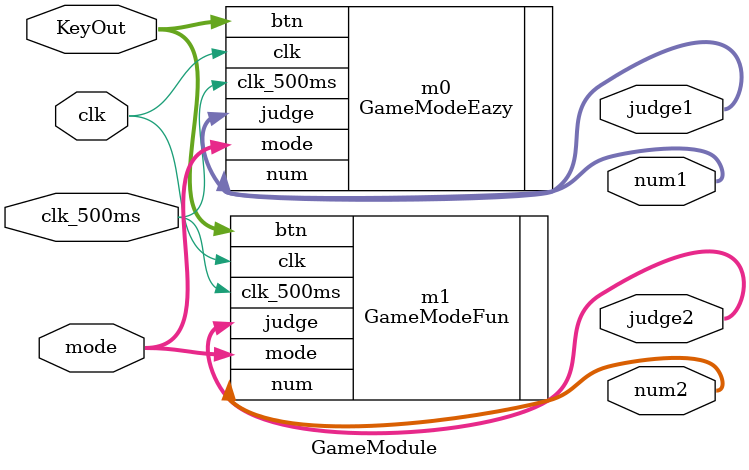
<source format=v>
`timescale 1ns / 1ps
module GameModule(
input clk,
input clk_500ms,
input [3:0]KeyOut,
input [3:0]mode,
output [63:0]num1,
output [63:0]num2,
output [15:0]judge1,
output [15:0]judge2
    );
	 
   GameModeEazy  m0(.clk(clk),.clk_500ms(clk_500ms),.btn(KeyOut),.mode(mode),.num(num1),.judge(judge1));
	GameModeFun   m1(.clk(clk),.clk_500ms(clk_500ms),.btn(KeyOut),.mode(mode),.num(num2),.judge(judge2));
	
endmodule

</source>
